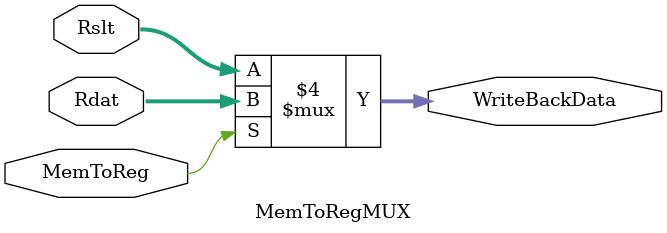
<source format=sv>
module MemToRegMUX(
    input logic [7:0] Rslt,
                      Rdat,
    input logic MemToReg,
    output logic [7:0] WriteBackData
);
    
    always_comb begin
        if(MemToReg==0)
            WriteBackData = Rslt;
        else 
            WriteBackData = Rdat;
    end

endmodule
</source>
